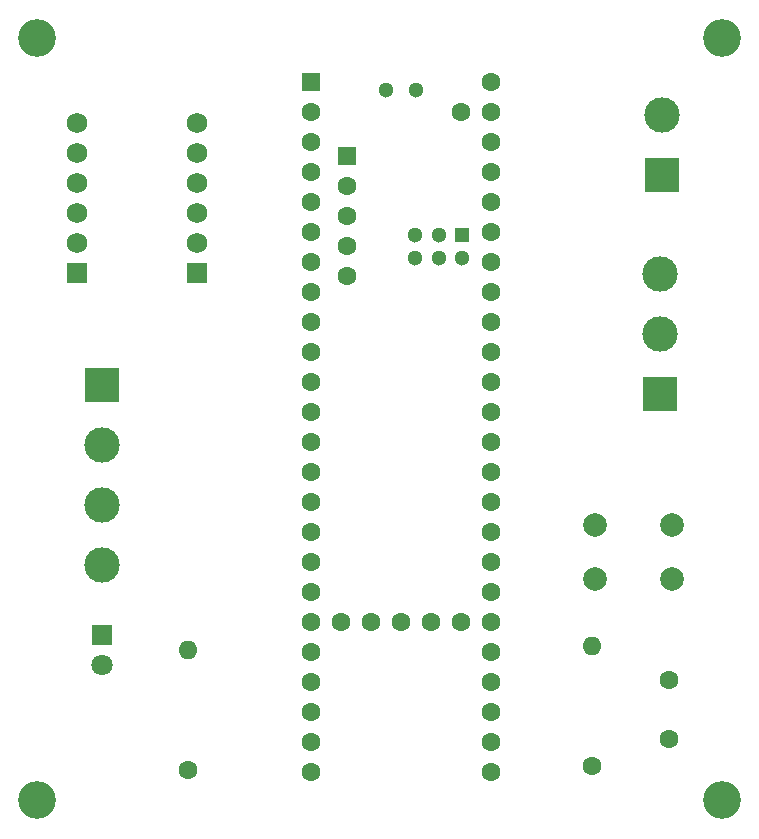
<source format=gbr>
%TF.GenerationSoftware,KiCad,Pcbnew,7.0.7*%
%TF.CreationDate,2023-10-16T12:51:43+02:00*%
%TF.ProjectId,kicad_pendulum_sender1,6b696361-645f-4706-956e-64756c756d5f,1.0*%
%TF.SameCoordinates,Original*%
%TF.FileFunction,Soldermask,Bot*%
%TF.FilePolarity,Negative*%
%FSLAX46Y46*%
G04 Gerber Fmt 4.6, Leading zero omitted, Abs format (unit mm)*
G04 Created by KiCad (PCBNEW 7.0.7) date 2023-10-16 12:51:43*
%MOMM*%
%LPD*%
G01*
G04 APERTURE LIST*
G04 Aperture macros list*
%AMRoundRect*
0 Rectangle with rounded corners*
0 $1 Rounding radius*
0 $2 $3 $4 $5 $6 $7 $8 $9 X,Y pos of 4 corners*
0 Add a 4 corners polygon primitive as box body*
4,1,4,$2,$3,$4,$5,$6,$7,$8,$9,$2,$3,0*
0 Add four circle primitives for the rounded corners*
1,1,$1+$1,$2,$3*
1,1,$1+$1,$4,$5*
1,1,$1+$1,$6,$7*
1,1,$1+$1,$8,$9*
0 Add four rect primitives between the rounded corners*
20,1,$1+$1,$2,$3,$4,$5,0*
20,1,$1+$1,$4,$5,$6,$7,0*
20,1,$1+$1,$6,$7,$8,$9,0*
20,1,$1+$1,$8,$9,$2,$3,0*%
G04 Aperture macros list end*
%ADD10R,3.000000X3.000000*%
%ADD11C,3.000000*%
%ADD12C,1.600000*%
%ADD13C,2.000000*%
%ADD14C,3.200000*%
%ADD15O,1.600000X1.600000*%
%ADD16R,1.800000X1.800000*%
%ADD17C,1.800000*%
%ADD18R,1.600000X1.600000*%
%ADD19R,1.300000X1.300000*%
%ADD20C,1.300000*%
%ADD21C,1.728000*%
%ADD22RoundRect,0.102000X0.762000X0.762000X-0.762000X0.762000X-0.762000X-0.762000X0.762000X-0.762000X0*%
G04 APERTURE END LIST*
D10*
%TO.C,J1*%
X128000000Y-96840000D03*
D11*
X128000000Y-101920000D03*
X128000000Y-107000000D03*
X128000000Y-112080000D03*
%TD*%
D12*
%TO.C,C1*%
X176000000Y-126807600D03*
X176000000Y-121807600D03*
%TD*%
D13*
%TO.C,SW1*%
X176250000Y-113250000D03*
X169750000Y-113250000D03*
X176250000Y-108750000D03*
X169750000Y-108750000D03*
%TD*%
D14*
%TO.C,REF\u002A\u002A*%
X122500000Y-67500000D03*
X122500000Y-67500000D03*
%TD*%
D10*
%TO.C,J3*%
X175412400Y-79080000D03*
D11*
X175412400Y-74000000D03*
%TD*%
D12*
%TO.C,R2*%
X169519600Y-129082800D03*
D15*
X169519600Y-118922800D03*
%TD*%
D14*
%TO.C,REF\u002A\u002A*%
X180500000Y-67500000D03*
%TD*%
%TO.C,REF\u002A\u002A*%
X180500000Y-132000000D03*
%TD*%
D16*
%TO.C,D1*%
X128000000Y-118000000D03*
D17*
X128000000Y-120540000D03*
%TD*%
D14*
%TO.C,REF\u002A\u002A*%
X122500000Y-132000000D03*
%TD*%
D18*
%TO.C,U1*%
X145694400Y-71170800D03*
D12*
X145694400Y-73710800D03*
X145694400Y-76250800D03*
X145694400Y-78790800D03*
X145694400Y-81330800D03*
X145694400Y-83870800D03*
X145694400Y-86410800D03*
X145694400Y-88950800D03*
X145694400Y-91490800D03*
X145694400Y-94030800D03*
X145694400Y-96570800D03*
X145694400Y-99110800D03*
X145694400Y-101650800D03*
X145694400Y-104190800D03*
X145694400Y-106730800D03*
X145694400Y-109270800D03*
X145694400Y-111810800D03*
X145694400Y-114350800D03*
X145694400Y-116890800D03*
X145694400Y-119430800D03*
X145694400Y-121970800D03*
X145694400Y-124510800D03*
X145694400Y-127050800D03*
X145694400Y-129590800D03*
X160934400Y-129590800D03*
X160934400Y-127050800D03*
X160934400Y-124510800D03*
X160934400Y-121970800D03*
X160934400Y-119430800D03*
X160934400Y-116890800D03*
X160934400Y-114350800D03*
X160934400Y-111810800D03*
X160934400Y-109270800D03*
X160934400Y-106730800D03*
X160934400Y-104190800D03*
X160934400Y-101650800D03*
X160934400Y-99110800D03*
X160934400Y-96570800D03*
X160934400Y-94030800D03*
X160934400Y-91490800D03*
X160934400Y-88950800D03*
X160934400Y-86410800D03*
X160934400Y-83870800D03*
X160934400Y-81330800D03*
X160934400Y-78790800D03*
X160934400Y-76250800D03*
X160934400Y-73710800D03*
X160934400Y-71170800D03*
X158394400Y-73710800D03*
X148234400Y-116890800D03*
X150774400Y-116890800D03*
X153314400Y-116890800D03*
X155854400Y-116890800D03*
X158394400Y-116890800D03*
D18*
X148745200Y-77470000D03*
D12*
X148745200Y-80010000D03*
X148745200Y-82550000D03*
X148745200Y-85090000D03*
X148745200Y-87630000D03*
D19*
X158496000Y-84140800D03*
D20*
X156496000Y-84140800D03*
X154496000Y-84140800D03*
X154496000Y-86140800D03*
X156496000Y-86140800D03*
X158496000Y-86140800D03*
X154584400Y-71900800D03*
X152044400Y-71900800D03*
%TD*%
D21*
%TO.C,U2*%
X125920000Y-79730000D03*
X136080000Y-79730000D03*
X125920000Y-82270000D03*
D22*
X125920000Y-87350000D03*
D21*
X125920000Y-84810000D03*
X125920000Y-77190000D03*
X125920000Y-74650000D03*
X136080000Y-82270000D03*
D22*
X136080000Y-87350000D03*
D21*
X136080000Y-84810000D03*
X136080000Y-77190000D03*
X136080000Y-74650000D03*
%TD*%
D12*
%TO.C,R1*%
X135291600Y-129423600D03*
D15*
X135291600Y-119263600D03*
%TD*%
D10*
%TO.C,J2*%
X175260000Y-97586800D03*
D11*
X175260000Y-92506800D03*
X175260000Y-87426800D03*
%TD*%
M02*

</source>
